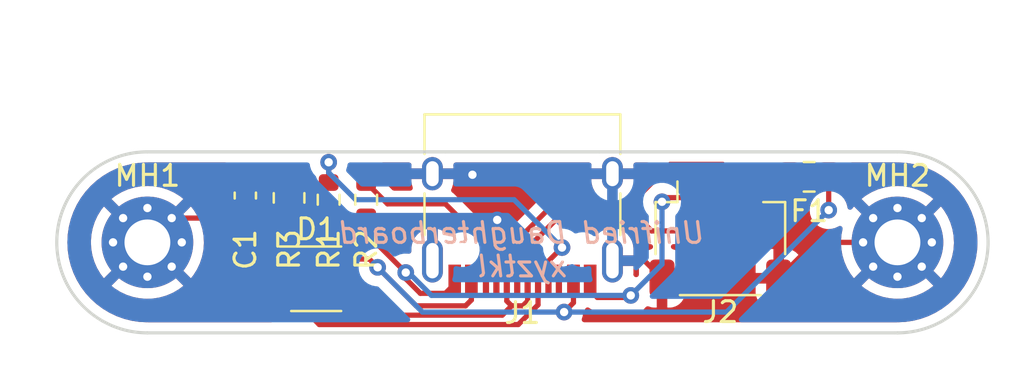
<source format=kicad_pcb>
(kicad_pcb (version 20211014) (generator pcbnew)
  (layers (0 "F.Cu" signal) (31 "B.Cu" signal) (34 "B.Paste" user) (35 "F.Paste" user) (36 "B.SilkS" user "B.Silkscreen") (37 "F.SilkS" user "F.Silkscreen") (38 "B.Mask" user) (39 "F.Mask" user) (44 "Edge.Cuts" user))
  (net 0 "")
  (net 1 "D+")
  (net 2 "GND")
  (net 3 "D-")
  (net 4 "VCC")
  (net 5 "SHIELD")
  (net 6 "+5V")
  (net 7 "Net-(J1-PadA5)")
  (net 9 "Net-(J1-PadB5)")
  (footprint "MountingHole:MountingHole_2.2mm_M2_Pad_Via" (layer "F.Cu") (at 18 5.65)
    (fp_text reference "MH2" (at 0 -3.2) (layer "F.SilkS"))
    (fp_text value "Mount-M2")
    (pad "1" thru_hole circle locked (at 1.166726 1.166726) (size 0.7 0.7) (drill 0.4) (layers *.Cu *.Mask) (net 5 "SHIELD"))
    (pad "1" thru_hole circle locked (at 0 -1.65) (size 0.7 0.7) (drill 0.4) (layers *.Cu *.Mask) (net 5 "SHIELD"))
    (pad "1" thru_hole circle locked (at -1.65 0) (size 0.7 0.7) (drill 0.4) (layers *.Cu *.Mask) (net 5 "SHIELD"))
    (pad "1" thru_hole circle locked (at 1.65 0) (size 0.7 0.7) (drill 0.4) (layers *.Cu *.Mask) (net 5 "SHIELD"))
    (pad "1" thru_hole circle locked (at 0 0) (size 4.4 4.4) (drill 2.2) (layers *.Cu *.Mask) (net 5 "SHIELD"))
    (pad "1" thru_hole circle locked (at 0 1.65) (size 0.7 0.7) (drill 0.4) (layers *.Cu *.Mask) (net 5 "SHIELD"))
    (pad "1" thru_hole circle locked (at 1.166726 -1.166726) (size 0.7 0.7) (drill 0.4) (layers *.Cu *.Mask) (net 5 "SHIELD"))
    (pad "1" thru_hole circle locked (at -1.166726 -1.166726) (size 0.7 0.7) (drill 0.4) (layers *.Cu *.Mask) (net 5 "SHIELD"))
    (pad "1" thru_hole circle locked (at -1.166726 1.166726) (size 0.7 0.7) (drill 0.4) (layers *.Cu *.Mask) (net 5 "SHIELD"))
  )
  (footprint "Capacitor_SMD:C_0603_1608Metric" (layer "F.Cu") (at -13.3 3.4 90)
    (fp_text reference "C1" (at -2.6 0 90) (layer "F.SilkS"))
    (fp_text value "4.7n")
    (fp_line (start -0.14058 0.51) (end 0.14058 0.51) (layer "F.SilkS") (width 0.12))
    (fp_line (start -0.14058 -0.51) (end 0.14058 -0.51) (layer "F.SilkS") (width 0.12))
    (pad "1" smd roundrect locked (at -0.775 0 90) (size 0.9 0.95) (layers "F.Cu" "F.Paste" "F.Mask") (net 2 "GND"))
    (pad "2" smd roundrect locked (at 0.775 0 90) (size 0.9 0.95) (layers "F.Cu" "F.Paste" "F.Mask") (net 5 "SHIELD"))
  )
  (footprint "MountingHole:MountingHole_2.2mm_M2_Pad_Via" (layer "F.Cu") (at -18 5.65)
    (fp_text reference "MH1" (at 0 -3.2) (layer "F.SilkS"))
    (fp_text value "Mount-M2")
    (pad "1" thru_hole circle locked (at 0 0) (size 4.4 4.4) (drill 2.2) (layers *.Cu *.Mask) (net 5 "SHIELD"))
    (pad "1" thru_hole circle locked (at -1.65 0) (size 0.7 0.7) (drill 0.4) (layers *.Cu *.Mask) (net 5 "SHIELD"))
    (pad "1" thru_hole circle locked (at 1.166726 1.166726) (size 0.7 0.7) (drill 0.4) (layers *.Cu *.Mask) (net 5 "SHIELD"))
    (pad "1" thru_hole circle locked (at 0 1.65) (size 0.7 0.7) (drill 0.4) (layers *.Cu *.Mask) (net 5 "SHIELD"))
    (pad "1" thru_hole circle locked (at -1.166726 -1.166726) (size 0.7 0.7) (drill 0.4) (layers *.Cu *.Mask) (net 5 "SHIELD"))
    (pad "1" thru_hole circle locked (at 1.65 0) (size 0.7 0.7) (drill 0.4) (layers *.Cu *.Mask) (net 5 "SHIELD"))
    (pad "1" thru_hole circle locked (at -1.166726 1.166726) (size 0.7 0.7) (drill 0.4) (layers *.Cu *.Mask) (net 5 "SHIELD"))
    (pad "1" thru_hole circle locked (at 0 -1.65) (size 0.7 0.7) (drill 0.4) (layers *.Cu *.Mask) (net 5 "SHIELD"))
    (pad "1" thru_hole circle locked (at 1.166726 -1.166726) (size 0.7 0.7) (drill 0.4) (layers *.Cu *.Mask) (net 5 "SHIELD"))
  )
  (footprint "Resistor_SMD:R_0603_1608Metric" (layer "F.Cu") (at -7.5 3.6 90)
    (fp_text reference "R2" (at -2.4 0 90) (layer "F.SilkS"))
    (fp_text value "5.1k")
    (fp_line (start -0.237258 0.5225) (end 0.237258 0.5225) (layer "F.SilkS") (width 0.12))
    (fp_line (start -0.237258 -0.5225) (end 0.237258 -0.5225) (layer "F.SilkS") (width 0.12))
    (pad "1" smd roundrect locked (at -0.825 0 90) (size 0.8 0.95) (layers "F.Cu" "F.Paste" "F.Mask") (net 2 "GND"))
    (pad "2" smd roundrect locked (at 0.825 0 90) (size 0.8 0.95) (layers "F.Cu" "F.Paste" "F.Mask") (net 9 "Net-(J1-PadB5)"))
  )
  (footprint "Connector_USB:USB_C_Receptacle_HRO_TYPE-C-31-M-12" (layer "F.Cu") (at 0 3.4 180)
    (fp_text reference "J1" (at 0 -5.645) (layer "F.SilkS"))
    (fp_text value "USB_C_Receptacle_USB2.0")
    (fp_line (start -4.7 3.9) (end 4.7 3.9) (layer "F.SilkS") (width 0.12))
    (fp_line (start 4.7 2) (end 4.7 3.9) (layer "F.SilkS") (width 0.12))
    (fp_line (start 4.7 -1.9) (end 4.7 0.1) (layer "F.SilkS") (width 0.12))
    (fp_line (start -4.7 2) (end -4.7 3.9) (layer "F.SilkS") (width 0.12))
    (fp_line (start -4.7 -1.9) (end -4.7 0.1) (layer "F.SilkS") (width 0.12))
    (pad "" np_thru_hole circle locked (at 2.89 -2.6 180) (size 0.65 0.65) (drill 0.65) (layers *.Cu *.Mask))
    (pad "" np_thru_hole circle locked (at -2.89 -2.6 180) (size 0.65 0.65) (drill 0.65) (layers *.Cu *.Mask))
    (pad "A1" smd rect locked (at -3.25 -4.045 180) (size 0.6 1.45) (layers "F.Cu" "F.Paste" "F.Mask") (net 2 "GND"))
    (pad "A4" smd rect locked (at -2.45 -4.045 180) (size 0.6 1.45) (layers "F.Cu" "F.Paste" "F.Mask") (net 4 "VCC"))
    (pad "A5" smd rect locked (at -1.25 -4.045 180) (size 0.3 1.45) (layers "F.Cu" "F.Paste" "F.Mask") (net 7 "Net-(J1-PadA5)"))
    (pad "A6" smd rect locked (at -0.25 -4.045 180) (size 0.3 1.45) (layers "F.Cu" "F.Paste" "F.Mask") (net 1 "D+"))
    (pad "A7" smd rect locked (at 0.25 -4.045 180) (size 0.3 1.45) (layers "F.Cu" "F.Paste" "F.Mask") (net 3 "D-"))
    (pad "A8" smd rect locked (at 1.25 -4.045 180) (size 0.3 1.45) (layers "F.Cu" "F.Paste" "F.Mask"))
    (pad "A9" smd rect locked (at 2.45 -4.045 180) (size 0.6 1.45) (layers "F.Cu" "F.Paste" "F.Mask") (net 4 "VCC"))
    (pad "A12" smd rect locked (at 3.25 -4.045 180) (size 0.6 1.45) (layers "F.Cu" "F.Paste" "F.Mask") (net 2 "GND"))
    (pad "B1" smd rect locked (at 3.25 -4.045 180) (size 0.6 1.45) (layers "F.Cu" "F.Paste" "F.Mask") (net 2 "GND"))
    (pad "B4" smd rect locked (at 2.45 -4.045 180) (size 0.6 1.45) (layers "F.Cu" "F.Paste" "F.Mask") (net 4 "VCC"))
    (pad "B5" smd rect locked (at 1.75 -4.045 180) (size 0.3 1.45) (layers "F.Cu" "F.Paste" "F.Mask") (net 9 "Net-(J1-PadB5)"))
    (pad "B6" smd rect locked (at 0.75 -4.045 180) (size 0.3 1.45) (layers "F.Cu" "F.Paste" "F.Mask") (net 1 "D+"))
    (pad "B7" smd rect locked (at -0.75 -4.045 180) (size 0.3 1.45) (layers "F.Cu" "F.Paste" "F.Mask") (net 3 "D-"))
    (pad "B8" smd rect locked (at -1.75 -4.045 180) (size 0.3 1.45) (layers "F.Cu" "F.Paste" "F.Mask"))
    (pad "B9" smd rect locked (at -2.45 -4.045 180) (size 0.6 1.45) (layers "F.Cu" "F.Paste" "F.Mask") (net 4 "VCC"))
    (pad "B12" smd rect locked (at -3.25 -4.045 180) (size 0.6 1.45) (layers "F.Cu" "F.Paste" "F.Mask") (net 2 "GND"))
    (pad "S1" thru_hole oval locked (at 4.32 1.05 180) (size 1 1.6) (drill oval 0.6 1.2) (layers *.Cu *.Mask) (net 5 "SHIELD"))
    (pad "S1" thru_hole oval locked (at -4.32 -3.13 180) (size 1 2.1) (drill oval 0.6 1.7) (layers *.Cu *.Mask) (net 5 "SHIELD"))
    (pad "S1" thru_hole oval locked (at 4.32 -3.13 180) (size 1 2.1) (drill oval 0.6 1.7) (layers *.Cu *.Mask) (net 5 "SHIELD"))
    (pad "S1" thru_hole oval locked (at -4.32 1.05 180) (size 1 1.6) (drill oval 0.6 1.2) (layers *.Cu *.Mask) (net 5 "SHIELD"))
  )
  (footprint "Resistor_SMD:R_0603_1608Metric" (layer "F.Cu") (at -9.3 3.6 -90)
    (fp_text reference "R1" (at 2.4 0 90) (layer "F.SilkS"))
    (fp_text value "5.1k")
    (fp_line (start -0.237258 0.5225) (end 0.237258 0.5225) (layer "F.SilkS") (width 0.12))
    (fp_line (start -0.237258 -0.5225) (end 0.237258 -0.5225) (layer "F.SilkS") (width 0.12))
    (pad "1" smd roundrect locked (at -0.825 0 270) (size 0.8 0.95) (layers "F.Cu" "F.Paste" "F.Mask") (net 7 "Net-(J1-PadA5)"))
    (pad "2" smd roundrect locked (at 0.825 0 270) (size 0.8 0.95) (layers "F.Cu" "F.Paste" "F.Mask") (net 2 "GND"))
  )
  (footprint "Resistor_SMD:R_0805_2012Metric" (layer "F.Cu") (at -11.2 3.5125 90)
    (fp_text reference "R3" (at -2.4875 0 90) (layer "F.SilkS"))
    (fp_text value "1M")
    (fp_line (start -0.227064 0.735) (end 0.227064 0.735) (layer "F.SilkS") (width 0.12))
    (fp_line (start -0.227064 -0.735) (end 0.227064 -0.735) (layer "F.SilkS") (width 0.12))
    (pad "1" smd roundrect locked (at -0.9125 0 90) (size 1.025 1.4) (layers "F.Cu" "F.Paste" "F.Mask") (roundrect_rratio 0.2439014634) (net 2 "GND"))
    (pad "2" smd roundrect locked (at 0.9125 0 90) (size 1.025 1.4) (layers "F.Cu" "F.Paste" "F.Mask") (roundrect_rratio 0.2439014634) (net 5 "SHIELD"))
  )
  (footprint "Connector_JST:JST_SH_SM04B-SRSS-TB_1x04-1MP_P1.00mm_Horizontal" (layer "F.Cu") (at 9.5 5.5)
    (fp_text reference "J2" (at 0 3.5) (layer "F.SilkS"))
    (fp_text value "Conn_01x04_MountingPin")
    (fp_line (start -3.11 0.715) (end -3.11 -1.785) (layer "F.SilkS") (width 0.12))
    (fp_line (start -2.06 -1.785) (end -2.06 -2.775) (layer "F.SilkS") (width 0.12))
    (fp_line (start -1.94 2.685) (end 1.94 2.685) (layer "F.SilkS") (width 0.12))
    (fp_line (start 3.11 0.715) (end 3.11 -1.785) (layer "F.SilkS") (width 0.12))
    (fp_line (start -3.11 -1.785) (end -2.06 -1.785) (layer "F.SilkS") (width 0.12))
    (fp_line (start 3.11 -1.785) (end 2.06 -1.785) (layer "F.SilkS") (width 0.12))
    (pad "1" smd roundrect locked (at -1.5 -2) (size 0.6 1.55) (layers "F.Cu" "F.Paste" "F.Mask") (net 2 "GND"))
    (pad "2" smd roundrect locked (at -0.5 -2) (size 0.6 1.55) (layers "F.Cu" "F.Paste" "F.Mask") (net 3 "D-"))
    (pad "3" smd roundrect locked (at 0.5 -2) (size 0.6 1.55) (layers "F.Cu" "F.Paste" "F.Mask") (net 1 "D+"))
    (pad "4" smd roundrect locked (at 1.5 -2) (size 0.6 1.55) (layers "F.Cu" "F.Paste" "F.Mask") (net 6 "+5V"))
    (pad "MP" smd roundrect locked (at -2.8 1.875) (size 1.2 1.8) (layers "F.Cu" "F.Paste" "F.Mask") (roundrect_rratio 0.2083333333) (net 5 "SHIELD"))
    (pad "MP" smd roundrect locked (at 2.8 1.875) (size 1.2 1.8) (layers "F.Cu" "F.Paste" "F.Mask") (roundrect_rratio 0.2083333333) (net 5 "SHIELD"))
  )
  (footprint "Fuse:Fuse_0805_2012Metric" (layer "F.Cu") (at 13.7625 2.5 180)
    (fp_text reference "F1" (at 0 -1.65) (layer "F.SilkS"))
    (fp_text value "Polyfuse")
    (fp_line (start -0.258578 -0.71) (end 0.258578 -0.71) (layer "F.SilkS") (width 0.12))
    (fp_line (start -0.258578 0.71) (end 0.258578 0.71) (layer "F.SilkS") (width 0.12))
    (pad "1" smd roundrect locked (at -0.9375 0 180) (size 0.975 1.4) (layers "F.Cu" "F.Paste" "F.Mask") (net 4 "VCC"))
    (pad "2" smd roundrect locked (at 0.9375 0 180) (size 0.975 1.4) (layers "F.Cu" "F.Paste" "F.Mask") (net 6 "+5V"))
  )
  (footprint "Package_TO_SOT_SMD:SOT-143" (layer "F.Cu") (at -9.9 7.4)
    (fp_text reference "D1" (at 0.02 -2.38) (layer "F.SilkS"))
    (fp_text value "PRTR5V0U2X")
    (fp_line (start -1.2 1.55) (end 1.2 1.55) (layer "F.SilkS") (width 0.12))
    (fp_line (start 1.2 -1.55) (end -1.75 -1.55) (layer "F.SilkS") (width 0.12))
    (pad "1" smd rect locked (at -1.1 -0.77 270) (size 1.2 1.4) (layers "F.Cu" "F.Paste" "F.Mask") (net 2 "GND"))
    (pad "2" smd rect locked (at -1.1 0.95 270) (size 1 1.4) (layers "F.Cu" "F.Paste" "F.Mask") (net 3 "D-"))
    (pad "3" smd rect locked (at 1.1 0.95 270) (size 1 1.4) (layers "F.Cu" "F.Paste" "F.Mask") (net 1 "D+"))
    (pad "4" smd rect locked (at 1.1 -0.95 270) (size 1 1.4) (layers "F.Cu" "F.Paste" "F.Mask") (net 4 "VCC"))
  )
  (gr_line (start 18 1.3) (end 3.7 1.3) (layer "Edge.Cuts") (width 0.15))
  (gr_line (start 3.7 1.3) (end -3.7 1.3) (layer "Edge.Cuts") (width 0.15))
  (gr_arc (start 18 1.3) (mid 22.35 5.65) (end 18 10) (layer "Edge.Cuts") (width 0.15))
  (gr_line (start -18 1.3) (end -3.7 1.3) (layer "Edge.Cuts") (width 0.15))
  (gr_arc (start -18 10) (mid -22.35 5.65) (end -18 1.3) (layer "Edge.Cuts") (width 0.15))
  (gr_line (start -18 10) (end 18 10) (layer "Edge.Cuts") (width 0.15))
  (gr_text "Unifried Daughterboard\nxyztkl" (at 0 6) (layer "B.SilkS") (effects (font (size 1 1) (thickness 0.15) italic) (justify mirror)))
  (segment (start -0.968542 9.14952) (end -8.00048 9.14952) (width 0.25) (layer "F.Cu") (net 1))
  (segment (start -0.519022 8.7) (end -0.968542 9.14952) (width 0.25) (layer "F.Cu") (net 1))
  (segment (start 9.6 1.9) (end 7.1 1.9) (width 0.25) (layer "F.Cu") (net 1))
  (segment (start 0.25 8.469022) (end 0.25 7.445) (width 0.25) (layer "F.Cu") (net 1))
  (segment (start -0.75 6.05) (end -0.75 7.445) (width 0.25) (layer "F.Cu") (net 1))
  (segment (start 0.019022 8.7) (end 0.25 8.469022) (width 0.25) (layer "F.Cu") (net 1))
  (segment (start 7.1 1.9) (end 5 4) (width 0.25) (layer "F.Cu") (net 1))
  (segment (start 1.3 4) (end -0.75 6.05) (width 0.25) (layer "F.Cu") (net 1))
  (segment (start 5 4) (end 1.3 4) (width 0.25) (layer "F.Cu") (net 1))
  (segment (start 10 3.5) (end 10 2.3) (width 0.25) (layer "F.Cu") (net 1))
  (segment (start -8.00048 9.14952) (end -8.8 8.35) (width 0.25) (layer "F.Cu") (net 1))
  (segment (start -0.519022 8.7) (end 0.019022 8.7) (width 0.25) (layer "F.Cu") (net 1))
  (segment (start -0.75 7.445) (end -0.75 8.469022) (width 0.25) (layer "F.Cu") (net 1))
  (segment (start 10 2.3) (end 9.6 1.9) (width 0.25) (layer "F.Cu") (net 1))
  (segment (start -0.75 8.469022) (end -0.519022 8.7) (width 0.25) (layer "F.Cu") (net 1))
  (segment (start 6.9 3.5) (end 6.7 3.7) (width 0.25) (layer "F.Cu") (net 2))
  (segment (start -7.5 5.2) (end -5.6 7.1) (width 0.25) (layer "F.Cu") (net 2))
  (segment (start -11.45 4.175) (end -11.2 4.425) (width 0.25) (layer "F.Cu") (net 2))
  (segment (start -7.5 4.425) (end -7.5 5.2) (width 0.25) (layer "F.Cu") (net 2))
  (segment (start 3.6 8.3) (end 5.1 8.3) (width 0.25) (layer "F.Cu") (net 2))
  (segment (start 8 3.5) (end 6.9 3.5) (width 0.25) (layer "F.Cu") (net 2))
  (segment (start 5.1 8.3) (end 5.2 8.2) (width 0.25) (layer "F.Cu") (net 2))
  (segment (start -11.2 6.43) (end -11 6.63) (width 0.25) (layer "F.Cu") (net 2))
  (segment (start -3.7 8.1) (end -4.9 8.1) (width 0.25) (layer "F.Cu") (net 2))
  (segment (start 3.25 7.95) (end 3.6 8.3) (width 0.25) (layer "F.Cu") (net 2))
  (segment (start -13.3 4.175) (end -11.45 4.175) (width 0.25) (layer "F.Cu") (net 2))
  (segment (start -3.25 7.65) (end -3.7 8.1) (width 0.25) (layer "F.Cu") (net 2))
  (segment (start -7.5 4.425) (end -9.3 4.425) (width 0.25) (layer "F.Cu") (net 2))
  (segment (start 3.25 7.445) (end 3.25 7.95) (width 0.25) (layer "F.Cu") (net 2))
  (segment (start -5.6 7.4) (end -5.6 7.1) (width 0.25) (layer "F.Cu") (net 2))
  (segment (start -4.9 8.1) (end -5.6 7.4) (width 0.25) (layer "F.Cu") (net 2))
  (segment (start -3.25 7.445) (end -3.25 7.65) (width 0.25) (layer "F.Cu") (net 2))
  (segment (start -9.3 4.425) (end -11.2 4.425) (width 0.25) (layer "F.Cu") (net 2))
  (segment (start -11.2 4.425) (end -11.2 6.43) (width 0.25) (layer "F.Cu") (net 2))
  (via (at 5.2 8.2) (size 0.8) (drill 0.4) (layers "F.Cu" "B.Cu") (net 2))
  (via (at 6.7 3.7) (size 0.8) (drill 0.4) (layers "F.Cu" "B.Cu") (net 2))
  (via (at -5.6 7.1) (size 0.8) (drill 0.4) (layers "F.Cu" "B.Cu") (net 2))
  (segment (start -5.466047 7.1) (end -5.6 7.1) (width 0.25) (layer "B.Cu") (net 2))
  (segment (start 6.7 3.7) (end 6.7 6.7) (width 0.25) (layer "B.Cu") (net 2))
  (segment (start 5.2 8.2) (end -4.366047 8.2) (width 0.25) (layer "B.Cu") (net 2))
  (segment (start 6.7 6.7) (end 5.2 8.2) (width 0.25) (layer "B.Cu") (net 2))
  (segment (start -4.366047 8.2) (end -5.466047 7.1) (width 0.25) (layer "B.Cu") (net 2))
  (segment (start -0.2 9.6) (end -9.75 9.6) (width 0.25) (layer "F.Cu") (net 3))
  (segment (start 0.75 6.45) (end 0.75 7.445) (width 0.25) (layer "F.Cu") (net 3))
  (segment (start 0.75 7.445) (end 0.75 8.65) (width 0.25) (layer "F.Cu") (net 3))
  (segment (start -9.75 9.6) (end -9.775 9.575) (width 0.25) (layer "F.Cu") (net 3))
  (segment (start 5.6 4.5) (end 1.670978 4.5) (width 0.25) (layer "F.Cu") (net 3))
  (segment (start -0.25 7.445) (end -0.25 6.420978) (width 0.25) (layer "F.Cu") (net 3))
  (segment (start -9.775 9.575) (end -11 8.35) (width 0.25) (layer "F.Cu") (net 3))
  (segment (start 9 4.5) (end 8.4 5.1) (width 0.25) (layer "F.Cu") (net 3))
  (segment (start 6.2 5.1) (end 5.6 4.5) (width 0.25) (layer "F.Cu") (net 3))
  (segment (start 1.670978 4.5) (end -0.029022 6.2) (width 0.25) (layer "F.Cu") (net 3))
  (segment (start 0.5 6.2) (end 0.75 6.45) (width 0.25) (layer "F.Cu") (net 3))
  (segment (start -0.029022 6.2) (end 0.5 6.2) (width 0.25) (layer "F.Cu") (net 3))
  (segment (start 9 3.5) (end 9 4.5) (width 0.25) (layer "F.Cu") (net 3))
  (segment (start 8.4 5.1) (end 6.2 5.1) (width 0.25) (layer "F.Cu") (net 3))
  (segment (start -0.25 6.420978) (end -0.029022 6.2) (width 0.25) (layer "F.Cu") (net 3))
  (segment (start 0.75 8.65) (end -0.2 9.6) (width 0.25) (layer "F.Cu") (net 3))
  (segment (start 14.7 4.1) (end 14.7 2.5) (width 0.25) (layer "F.Cu") (net 4))
  (segment (start -7.35 6.45) (end -6.95 6.85) (width 0.25) (layer "F.Cu") (net 4))
  (segment (start 2.45 8.55) (end 2.45 7.445) (width 0.25) (layer "F.Cu") (net 4))
  (segment (start -2.73 8.7) (end -2.45 8.42) (width 0.25) (layer "F.Cu") (net 4))
  (segment (start -2.45 8.42) (end -2.45 7.445) (width 0.25) (layer "F.Cu") (net 4))
  (segment (start -6.95 6.85) (end -5.1 8.7) (width 0.25) (layer "F.Cu") (net 4))
  (segment (start 2 9) (end 2.45 8.55) (width 0.25) (layer "F.Cu") (net 4))
  (segment (start -5.1 8.7) (end -2.73 8.7) (width 0.25) (layer "F.Cu") (net 4))
  (segment (start -7.35 6.45) (end -8.8 6.45) (width 0.25) (layer "F.Cu") (net 4))
  (via (at 14.7 4.1) (size 0.8) (drill 0.4) (layers "F.Cu" "B.Cu") (net 4))
  (via (at -6.95 6.85) (size 0.8) (drill 0.4) (layers "F.Cu" "B.Cu") (net 4))
  (via (at 2 9) (size 0.8) (drill 0.4) (layers "F.Cu" "B.Cu") (net 4))
  (segment (start -6.95 6.85) (end -4.8 9) (width 0.25) (layer "B.Cu") (net 4))
  (segment (start 2 9) (end 9.8 9) (width 0.25) (layer "B.Cu") (net 4))
  (segment (start 9.8 9) (end 14.7 4.1) (width 0.25) (layer "B.Cu") (net 4))
  (segment (start -4.8 9) (end 2 9) (width 0.25) (layer "B.Cu") (net 4))
  (segment (start 4.32 6.53) (end 5.855 6.53) (width 0.25) (layer "F.Cu") (net 5))
  (segment (start 5.855 6.53) (end 6.7 7.375) (width 0.25) (layer "F.Cu") (net 5))
  (segment (start -15.158274 4.483274) (end -16.833274 4.483274) (width 0.25) (layer "F.Cu") (net 5))
  (segment (start 6.7 7.375) (end 12.3 7.375) (width 0.25) (layer "F.Cu") (net 5))
  (segment (start -11.225 2.625) (end -11.2 2.6) (width 0.25) (layer "F.Cu") (net 5))
  (segment (start 14.025 5.65) (end 18 5.65) (width 0.25) (layer "F.Cu") (net 5))
  (segment (start -13.3 2.625) (end -11.225 2.625) (width 0.25) (layer "F.Cu") (net 5))
  (segment (start -13.3 2.625) (end -15.158274 4.483274) (width 0.25) (layer "F.Cu") (net 5))
  (segment (start 12.3 7.375) (end 14.025 5.65) (width 0.25) (layer "F.Cu") (net 5))
  (via (at -2.4 2.4) (size 0.8) (drill 0.4) (layers "F.Cu" "B.Cu") (net 5))
  (via (at -1.21 4.57) (size 0.8) (drill 0.4) (layers "F.Cu" "B.Cu") (net 5))
  (segment (start 12 2.5) (end 11 3.5) (width 0.25) (layer "F.Cu") (net 6))
  (segment (start 12.825 2.5) (end 12 2.5) (width 0.25) (layer "F.Cu") (net 6))
  (segment (start 1.25 7.445) (end 1.25 6.55) (width 0.25) (layer "F.Cu") (net 7))
  (segment (start 1.25 6.55) (end 1.9 5.9) (width 0.25) (layer "F.Cu") (net 7))
  (segment (start -9.3 1.8) (end -9.3 2.775) (width 0.25) (layer "F.Cu") (net 7))
  (via (at -9.3 1.8) (size 0.8) (drill 0.4) (layers "F.Cu" "B.Cu") (net 7))
  (via (at 1.9 5.9) (size 0.8) (drill 0.4) (layers "F.Cu" "B.Cu") (net 7))
  (segment (start -0.4 3.6) (end -8 3.6) (width 0.25) (layer "B.Cu") (net 7))
  (segment (start -9.3 2.3) (end -9.3 1.8) (width 0.25) (layer "B.Cu") (net 7))
  (segment (start -8 3.6) (end -9.3 2.3) (width 0.25) (layer "B.Cu") (net 7))
  (segment (start 1.9 5.9) (end -0.4 3.6) (width 0.25) (layer "B.Cu") (net 7))
  (segment (start -1.75 7.445) (end -1.75 5.75) (width 0.25) (layer "F.Cu") (net 9))
  (segment (start -6.475 3.8) (end -7.5 2.775) (width 0.25) (layer "F.Cu") (net 9))
  (segment (start -3.7 3.8) (end -6.475 3.8) (width 0.25) (layer "F.Cu") (net 9))
  (segment (start -1.75 5.75) (end -3.7 3.8) (width 0.25) (layer "F.Cu") (net 9))
  (zone (net 5) (net_name "SHIELD") (layer "F.Cu") (connect_pads (clearance 0.508)) (min_thickness 0.254) (fill yes (thermal_gap 0.508) (thermal_bridge_width 0.508))
    (polygon (pts (xy 22 11) (xy -22 11) (xy -22 0) (xy 22 0)))
  )
  (zone (net 5) (net_name "SHIELD") (layer "B.Cu") (connect_pads (clearance 0.508)) (min_thickness 0.254) (fill yes (thermal_gap 0.508) (thermal_bridge_width 0.508))
    (polygon (pts (xy 22 11) (xy -22 11) (xy -22 0) (xy 22 0)))
  )
)
</source>
